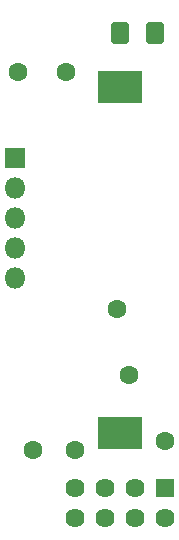
<source format=gbr>
%TF.GenerationSoftware,KiCad,Pcbnew,5.1.6*%
%TF.CreationDate,2020-08-27T20:26:27+01:00*%
%TF.ProjectId,wireless-temperaure-sensor,77697265-6c65-4737-932d-74656d706572,0.2*%
%TF.SameCoordinates,Original*%
%TF.FileFunction,Soldermask,Bot*%
%TF.FilePolarity,Negative*%
%FSLAX46Y46*%
G04 Gerber Fmt 4.6, Leading zero omitted, Abs format (unit mm)*
G04 Created by KiCad (PCBNEW 5.1.6) date 2020-08-27 20:26:27*
%MOMM*%
%LPD*%
G01*
G04 APERTURE LIST*
%ADD10C,1.600000*%
%ADD11C,1.624000*%
%ADD12R,1.624000X1.624000*%
%ADD13R,3.700000X2.700000*%
%ADD14O,1.800000X1.800000*%
%ADD15R,1.800000X1.800000*%
G04 APERTURE END LIST*
D10*
%TO.C,TP7*%
X94488000Y-74676000D03*
%TD*%
%TO.C,TP6*%
X90424000Y-74676000D03*
%TD*%
%TO.C,CE*%
X102870000Y-105918000D03*
%TD*%
%TO.C,CSN*%
X99822000Y-100330000D03*
%TD*%
%TO.C,SCK*%
X98806000Y-94742000D03*
%TD*%
%TO.C,MISO*%
X95250000Y-106680000D03*
%TD*%
%TO.C,MOSI*%
X91694000Y-106680000D03*
%TD*%
D11*
%TO.C,U2*%
X95250000Y-112395000D03*
X95250000Y-109855000D03*
X97790000Y-112395000D03*
X97790000Y-109855000D03*
X100330000Y-112395000D03*
X100330000Y-109855000D03*
X102870000Y-112395000D03*
D12*
X102870000Y-109855000D03*
%TD*%
%TO.C,C1*%
G36*
G01*
X101272500Y-72031456D02*
X101272500Y-70716544D01*
G75*
G02*
X101540044Y-70449000I267544J0D01*
G01*
X102529956Y-70449000D01*
G75*
G02*
X102797500Y-70716544I0J-267544D01*
G01*
X102797500Y-72031456D01*
G75*
G02*
X102529956Y-72299000I-267544J0D01*
G01*
X101540044Y-72299000D01*
G75*
G02*
X101272500Y-72031456I0J267544D01*
G01*
G37*
G36*
G01*
X98297500Y-72031456D02*
X98297500Y-70716544D01*
G75*
G02*
X98565044Y-70449000I267544J0D01*
G01*
X99554956Y-70449000D01*
G75*
G02*
X99822500Y-70716544I0J-267544D01*
G01*
X99822500Y-72031456D01*
G75*
G02*
X99554956Y-72299000I-267544J0D01*
G01*
X98565044Y-72299000D01*
G75*
G02*
X98297500Y-72031456I0J267544D01*
G01*
G37*
%TD*%
D13*
%TO.C,BT1*%
X99060000Y-75901000D03*
X99060000Y-105201000D03*
%TD*%
D14*
%TO.C,J1*%
X90170000Y-92075000D03*
X90170000Y-89535000D03*
X90170000Y-86995000D03*
X90170000Y-84455000D03*
D15*
X90170000Y-81915000D03*
%TD*%
M02*

</source>
